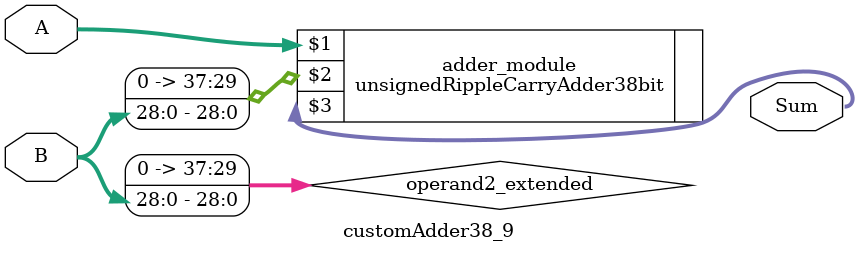
<source format=v>
module customAdder38_9(
                        input [37 : 0] A,
                        input [28 : 0] B,
                        
                        output [38 : 0] Sum
                );

        wire [37 : 0] operand2_extended;
        
        assign operand2_extended =  {9'b0, B};
        
        unsignedRippleCarryAdder38bit adder_module(
            A,
            operand2_extended,
            Sum
        );
        
        endmodule
        
</source>
